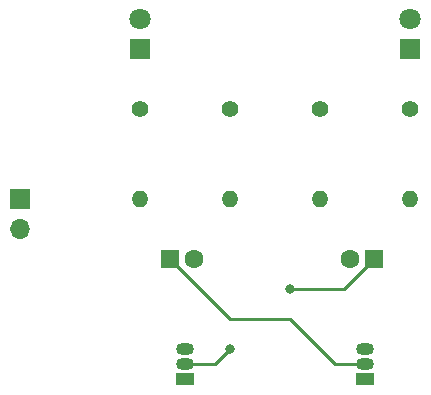
<source format=gbr>
%TF.GenerationSoftware,KiCad,Pcbnew,7.0.6*%
%TF.CreationDate,2023-08-09T00:10:05+09:00*%
%TF.ProjectId,sample_project,73616d70-6c65-45f7-9072-6f6a6563742e,rev?*%
%TF.SameCoordinates,Original*%
%TF.FileFunction,Copper,L2,Bot*%
%TF.FilePolarity,Positive*%
%FSLAX46Y46*%
G04 Gerber Fmt 4.6, Leading zero omitted, Abs format (unit mm)*
G04 Created by KiCad (PCBNEW 7.0.6) date 2023-08-09 00:10:05*
%MOMM*%
%LPD*%
G01*
G04 APERTURE LIST*
%TA.AperFunction,ComponentPad*%
%ADD10C,1.400000*%
%TD*%
%TA.AperFunction,ComponentPad*%
%ADD11O,1.400000X1.400000*%
%TD*%
%TA.AperFunction,ComponentPad*%
%ADD12R,1.600000X1.600000*%
%TD*%
%TA.AperFunction,ComponentPad*%
%ADD13C,1.600000*%
%TD*%
%TA.AperFunction,ComponentPad*%
%ADD14R,1.500000X1.050000*%
%TD*%
%TA.AperFunction,ComponentPad*%
%ADD15O,1.500000X1.050000*%
%TD*%
%TA.AperFunction,ComponentPad*%
%ADD16R,1.700000X1.700000*%
%TD*%
%TA.AperFunction,ComponentPad*%
%ADD17O,1.700000X1.700000*%
%TD*%
%TA.AperFunction,ComponentPad*%
%ADD18R,1.800000X1.800000*%
%TD*%
%TA.AperFunction,ComponentPad*%
%ADD19C,1.800000*%
%TD*%
%TA.AperFunction,ViaPad*%
%ADD20C,0.800000*%
%TD*%
%TA.AperFunction,Conductor*%
%ADD21C,0.250000*%
%TD*%
G04 APERTURE END LIST*
D10*
%TO.P,R4,1*%
%TO.N,Net-(D2-K)*%
X160020000Y-93980000D03*
D11*
%TO.P,R4,2*%
%TO.N,Net-(Q1-C)*%
X160020000Y-101600000D03*
%TD*%
D12*
%TO.P,C2,1*%
%TO.N,Net-(Q1-C)*%
X156940000Y-106680000D03*
D13*
%TO.P,C2,2*%
%TO.N,Net-(Q2-B)*%
X154940000Y-106680000D03*
%TD*%
D14*
%TO.P,Q1,1,E*%
%TO.N,GND*%
X140970000Y-116840000D03*
D15*
%TO.P,Q1,2,C*%
%TO.N,Net-(Q1-C)*%
X140970000Y-115570000D03*
%TO.P,Q1,3,B*%
%TO.N,Net-(Q1-B)*%
X140970000Y-114300000D03*
%TD*%
D10*
%TO.P,R1,1*%
%TO.N,Net-(D1-K)*%
X137160000Y-93980000D03*
D11*
%TO.P,R1,2*%
%TO.N,Net-(Q2-C)*%
X137160000Y-101600000D03*
%TD*%
D16*
%TO.P,J1,1,Pin_1*%
%TO.N,VCC*%
X127000000Y-101600000D03*
D17*
%TO.P,J1,2,Pin_2*%
%TO.N,GND*%
X127000000Y-104140000D03*
%TD*%
D18*
%TO.P,D2,1,K*%
%TO.N,Net-(D2-K)*%
X160020000Y-88900000D03*
D19*
%TO.P,D2,2,A*%
%TO.N,VCC*%
X160020000Y-86360000D03*
%TD*%
D10*
%TO.P,R2,1*%
%TO.N,VCC*%
X144780000Y-93980000D03*
D11*
%TO.P,R2,2*%
%TO.N,Net-(Q1-B)*%
X144780000Y-101600000D03*
%TD*%
D12*
%TO.P,C1,1*%
%TO.N,Net-(Q2-C)*%
X139700000Y-106680000D03*
D13*
%TO.P,C1,2*%
%TO.N,Net-(Q1-B)*%
X141700000Y-106680000D03*
%TD*%
D11*
%TO.P,R3,2*%
%TO.N,Net-(Q2-B)*%
X152400000Y-101600000D03*
D10*
%TO.P,R3,1*%
%TO.N,VCC*%
X152400000Y-93980000D03*
%TD*%
D14*
%TO.P,Q2,1,E*%
%TO.N,GND*%
X156210000Y-116840000D03*
D15*
%TO.P,Q2,2,C*%
%TO.N,Net-(Q2-C)*%
X156210000Y-115570000D03*
%TO.P,Q2,3,B*%
%TO.N,Net-(Q2-B)*%
X156210000Y-114300000D03*
%TD*%
D18*
%TO.P,D1,1,K*%
%TO.N,Net-(D1-K)*%
X137160000Y-88900000D03*
D19*
%TO.P,D1,2,A*%
%TO.N,VCC*%
X137160000Y-86360000D03*
%TD*%
D20*
%TO.N,Net-(Q1-C)*%
X144780000Y-114300000D03*
X149860000Y-109220000D03*
%TD*%
D21*
%TO.N,Net-(Q1-C)*%
X143510000Y-115570000D02*
X144780000Y-114300000D01*
X140970000Y-115570000D02*
X143510000Y-115570000D01*
X154400000Y-109220000D02*
X149860000Y-109220000D01*
X156940000Y-106680000D02*
X154400000Y-109220000D01*
%TO.N,Net-(Q2-C)*%
X149860000Y-111760000D02*
X153670000Y-115570000D01*
X153670000Y-115570000D02*
X156210000Y-115570000D01*
X144780000Y-111760000D02*
X149860000Y-111760000D01*
X139700000Y-106680000D02*
X144780000Y-111760000D01*
%TD*%
M02*

</source>
